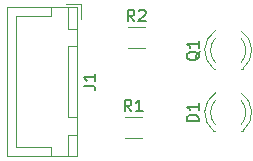
<source format=gbr>
%TF.GenerationSoftware,KiCad,Pcbnew,(6.0.5)*%
%TF.CreationDate,2022-08-18T11:16:52+02:00*%
%TF.ProjectId,IRWaterSensorPCB,49525761-7465-4725-9365-6e736f725043,rev?*%
%TF.SameCoordinates,Original*%
%TF.FileFunction,Legend,Top*%
%TF.FilePolarity,Positive*%
%FSLAX46Y46*%
G04 Gerber Fmt 4.6, Leading zero omitted, Abs format (unit mm)*
G04 Created by KiCad (PCBNEW (6.0.5)) date 2022-08-18 11:16:52*
%MOMM*%
%LPD*%
G01*
G04 APERTURE LIST*
%ADD10C,0.150000*%
%ADD11C,0.120000*%
G04 APERTURE END LIST*
D10*
%TO.C,J1*%
X132542380Y-92983333D02*
X133256666Y-92983333D01*
X133399523Y-93030952D01*
X133494761Y-93126190D01*
X133542380Y-93269047D01*
X133542380Y-93364285D01*
X133542380Y-91983333D02*
X133542380Y-92554761D01*
X133542380Y-92269047D02*
X132542380Y-92269047D01*
X132685238Y-92364285D01*
X132780476Y-92459523D01*
X132828095Y-92554761D01*
%TO.C,R2*%
X136833333Y-87532380D02*
X136500000Y-87056190D01*
X136261904Y-87532380D02*
X136261904Y-86532380D01*
X136642857Y-86532380D01*
X136738095Y-86580000D01*
X136785714Y-86627619D01*
X136833333Y-86722857D01*
X136833333Y-86865714D01*
X136785714Y-86960952D01*
X136738095Y-87008571D01*
X136642857Y-87056190D01*
X136261904Y-87056190D01*
X137214285Y-86627619D02*
X137261904Y-86580000D01*
X137357142Y-86532380D01*
X137595238Y-86532380D01*
X137690476Y-86580000D01*
X137738095Y-86627619D01*
X137785714Y-86722857D01*
X137785714Y-86818095D01*
X137738095Y-86960952D01*
X137166666Y-87532380D01*
X137785714Y-87532380D01*
%TO.C,R1*%
X136583333Y-95152380D02*
X136250000Y-94676190D01*
X136011904Y-95152380D02*
X136011904Y-94152380D01*
X136392857Y-94152380D01*
X136488095Y-94200000D01*
X136535714Y-94247619D01*
X136583333Y-94342857D01*
X136583333Y-94485714D01*
X136535714Y-94580952D01*
X136488095Y-94628571D01*
X136392857Y-94676190D01*
X136011904Y-94676190D01*
X137535714Y-95152380D02*
X136964285Y-95152380D01*
X137250000Y-95152380D02*
X137250000Y-94152380D01*
X137154761Y-94295238D01*
X137059523Y-94390476D01*
X136964285Y-94438095D01*
%TO.C,Q1*%
X142367619Y-90075238D02*
X142320000Y-90170476D01*
X142224761Y-90265714D01*
X142081904Y-90408571D01*
X142034285Y-90503809D01*
X142034285Y-90599047D01*
X142272380Y-90551428D02*
X142224761Y-90646666D01*
X142129523Y-90741904D01*
X141939047Y-90789523D01*
X141605714Y-90789523D01*
X141415238Y-90741904D01*
X141320000Y-90646666D01*
X141272380Y-90551428D01*
X141272380Y-90360952D01*
X141320000Y-90265714D01*
X141415238Y-90170476D01*
X141605714Y-90122857D01*
X141939047Y-90122857D01*
X142129523Y-90170476D01*
X142224761Y-90265714D01*
X142272380Y-90360952D01*
X142272380Y-90551428D01*
X142272380Y-89170476D02*
X142272380Y-89741904D01*
X142272380Y-89456190D02*
X141272380Y-89456190D01*
X141415238Y-89551428D01*
X141510476Y-89646666D01*
X141558095Y-89741904D01*
%TO.C,D1*%
X142272380Y-95988095D02*
X141272380Y-95988095D01*
X141272380Y-95750000D01*
X141320000Y-95607142D01*
X141415238Y-95511904D01*
X141510476Y-95464285D01*
X141700952Y-95416666D01*
X141843809Y-95416666D01*
X142034285Y-95464285D01*
X142129523Y-95511904D01*
X142224761Y-95607142D01*
X142272380Y-95750000D01*
X142272380Y-95988095D01*
X142272380Y-94464285D02*
X142272380Y-95035714D01*
X142272380Y-94750000D02*
X141272380Y-94750000D01*
X141415238Y-94845238D01*
X141510476Y-94940476D01*
X141558095Y-95035714D01*
D11*
%TO.C,J1*%
X132000000Y-98960000D02*
X132000000Y-86340000D01*
X129740000Y-98950000D02*
X129740000Y-98200000D01*
X126790000Y-98200000D02*
X126790000Y-92650000D01*
X129740000Y-86350000D02*
X129740000Y-87100000D01*
X126030000Y-86340000D02*
X126030000Y-98960000D01*
X132000000Y-86340000D02*
X126030000Y-86340000D01*
X126030000Y-98960000D02*
X132000000Y-98960000D01*
X131240000Y-97150000D02*
X131240000Y-98950000D01*
X131240000Y-95650000D02*
X131990000Y-95650000D01*
X132290000Y-87300000D02*
X132290000Y-86050000D01*
X129740000Y-98200000D02*
X126790000Y-98200000D01*
X131240000Y-88150000D02*
X131990000Y-88150000D01*
X132290000Y-86050000D02*
X131040000Y-86050000D01*
X131990000Y-86350000D02*
X131240000Y-86350000D01*
X131990000Y-98950000D02*
X131990000Y-97150000D01*
X131240000Y-86350000D02*
X131240000Y-88150000D01*
X131990000Y-97150000D02*
X131240000Y-97150000D01*
X129740000Y-87100000D02*
X126790000Y-87100000D01*
X131990000Y-95650000D02*
X131990000Y-89650000D01*
X131990000Y-88150000D02*
X131990000Y-86350000D01*
X131240000Y-98950000D02*
X131990000Y-98950000D01*
X126790000Y-87100000D02*
X126790000Y-92650000D01*
X131240000Y-89650000D02*
X131240000Y-95650000D01*
X131990000Y-89650000D02*
X131240000Y-89650000D01*
%TO.C,R2*%
X136272936Y-87990000D02*
X137727064Y-87990000D01*
X136272936Y-89810000D02*
X137727064Y-89810000D01*
%TO.C,R1*%
X136022936Y-95610000D02*
X137477064Y-95610000D01*
X136022936Y-97430000D02*
X137477064Y-97430000D01*
%TO.C,Q1*%
X145860000Y-91540000D02*
X146016000Y-91540000D01*
X143544000Y-91540000D02*
X143700000Y-91540000D01*
X145860000Y-91020961D02*
G75*
G03*
X145859837Y-88938870I-1080000J1040961D01*
G01*
X143701392Y-88307665D02*
G75*
G03*
X143544484Y-91540000I1078608J-1672335D01*
G01*
X146015516Y-91540000D02*
G75*
G03*
X145858608Y-88307665I-1235516J1560000D01*
G01*
X143700163Y-88938870D02*
G75*
G03*
X143700000Y-91020961I1079837J-1041130D01*
G01*
%TO.C,D1*%
X145860000Y-96810000D02*
X146016000Y-96810000D01*
X143544000Y-96810000D02*
X143700000Y-96810000D01*
X143700163Y-94208870D02*
G75*
G03*
X143700000Y-96290961I1079837J-1041130D01*
G01*
X143701392Y-93577665D02*
G75*
G03*
X143544484Y-96810000I1078608J-1672335D01*
G01*
X145860000Y-96290961D02*
G75*
G03*
X145859837Y-94208870I-1080000J1040961D01*
G01*
X146015516Y-96810000D02*
G75*
G03*
X145858608Y-93577665I-1235516J1560000D01*
G01*
%TD*%
M02*

</source>
